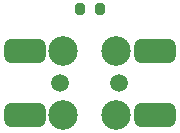
<source format=gbr>
%TF.GenerationSoftware,KiCad,Pcbnew,7.0.2*%
%TF.CreationDate,2024-04-02T19:02:07-04:00*%
%TF.ProjectId,filt2,66696c74-322e-46b6-9963-61645f706362,rev?*%
%TF.SameCoordinates,Original*%
%TF.FileFunction,Soldermask,Bot*%
%TF.FilePolarity,Negative*%
%FSLAX46Y46*%
G04 Gerber Fmt 4.6, Leading zero omitted, Abs format (unit mm)*
G04 Created by KiCad (PCBNEW 7.0.2) date 2024-04-02 19:02:07*
%MOMM*%
%LPD*%
G01*
G04 APERTURE LIST*
G04 Aperture macros list*
%AMRoundRect*
0 Rectangle with rounded corners*
0 $1 Rounding radius*
0 $2 $3 $4 $5 $6 $7 $8 $9 X,Y pos of 4 corners*
0 Add a 4 corners polygon primitive as box body*
4,1,4,$2,$3,$4,$5,$6,$7,$8,$9,$2,$3,0*
0 Add four circle primitives for the rounded corners*
1,1,$1+$1,$2,$3*
1,1,$1+$1,$4,$5*
1,1,$1+$1,$6,$7*
1,1,$1+$1,$8,$9*
0 Add four rect primitives between the rounded corners*
20,1,$1+$1,$2,$3,$4,$5,0*
20,1,$1+$1,$4,$5,$6,$7,0*
20,1,$1+$1,$6,$7,$8,$9,0*
20,1,$1+$1,$8,$9,$2,$3,0*%
G04 Aperture macros list end*
%ADD10RoundRect,0.200000X-0.200000X-0.275000X0.200000X-0.275000X0.200000X0.275000X-0.200000X0.275000X0*%
%ADD11C,1.500000*%
%ADD12C,2.500000*%
%ADD13RoundRect,0.500000X-1.250000X0.500000X-1.250000X-0.500000X1.250000X-0.500000X1.250000X0.500000X0*%
G04 APERTURE END LIST*
D10*
%TO.C,R1*%
X123675000Y-93000000D03*
X125325000Y-93000000D03*
%TD*%
D11*
%TO.C,J2*%
X122000000Y-99300000D03*
D12*
X122250000Y-96600000D03*
D13*
X119000000Y-96600000D03*
D12*
X122250000Y-102000000D03*
D13*
X119000000Y-102000000D03*
%TD*%
D11*
%TO.C,J1*%
X127000000Y-99300000D03*
D12*
X126750000Y-96600000D03*
D13*
X130000000Y-96600000D03*
D12*
X126750000Y-102000000D03*
D13*
X130000000Y-102000000D03*
%TD*%
M02*

</source>
